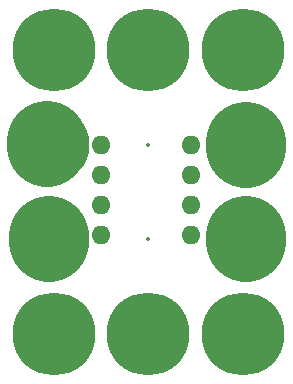
<source format=gbl>
%TF.GenerationSoftware,KiCad,Pcbnew,4.0.5-e0-6337~49~ubuntu16.04.1*%
%TF.CreationDate,2017-01-20T21:28:30-08:00*%
%TF.ProjectId,3x4-555-Timer-8DIP-Breakout,3378342D3535352D54696D65722D3844,1.0*%
%TF.FileFunction,Copper,L2,Bot,Signal*%
%FSLAX46Y46*%
G04 Gerber Fmt 4.6, Leading zero omitted, Abs format (unit mm)*
G04 Created by KiCad (PCBNEW 4.0.5-e0-6337~49~ubuntu16.04.1) date Fri Jan 20 21:28:30 2017*
%MOMM*%
%LPD*%
G01*
G04 APERTURE LIST*
%ADD10C,0.350000*%
%ADD11C,6.800000*%
%ADD12O,1.600000X1.600000*%
%ADD13C,7.000000*%
%ADD14C,6.000000*%
%ADD15C,0.350000*%
G04 APERTURE END LIST*
D10*
D11*
X151228520Y-91297760D02*
X151228520Y-91805760D01*
X151228520Y-99222560D02*
X151228520Y-99730560D01*
X134515320Y-99222560D02*
X134515320Y-99730560D01*
X134362920Y-91196160D02*
X134362920Y-91704160D01*
D12*
X138921720Y-91502960D03*
X138921720Y-94042960D03*
X138921720Y-96582960D03*
X138921720Y-99122960D03*
X146541720Y-99122960D03*
X146541720Y-96582960D03*
X146541720Y-94042960D03*
X146541720Y-91502960D03*
D13*
X134921720Y-107502960D03*
D14*
X134921720Y-91502960D03*
X134921720Y-99502960D03*
D13*
X142921720Y-107502960D03*
X134921720Y-83502960D03*
D14*
X150921720Y-91502960D03*
D13*
X150921720Y-107502960D03*
D14*
X150921720Y-99502960D03*
D13*
X150921720Y-83502960D03*
X142921720Y-83502960D03*
D15*
X138921720Y-91502960D03*
X138921720Y-94042960D03*
X138921720Y-96582960D03*
X138921720Y-99122960D03*
X146541720Y-99122960D03*
X146541720Y-96582960D03*
X146541720Y-94042960D03*
X146541720Y-91502960D03*
X134921720Y-107502960D03*
X142921720Y-91502960D03*
X134921720Y-91502960D03*
X134921720Y-99502960D03*
X142921720Y-99502960D03*
X142921720Y-107502960D03*
X134921720Y-83502960D03*
X150921720Y-91502960D03*
X150921720Y-107502960D03*
X150921720Y-99502960D03*
X150921720Y-83502960D03*
X142921720Y-83502960D03*
M02*

</source>
